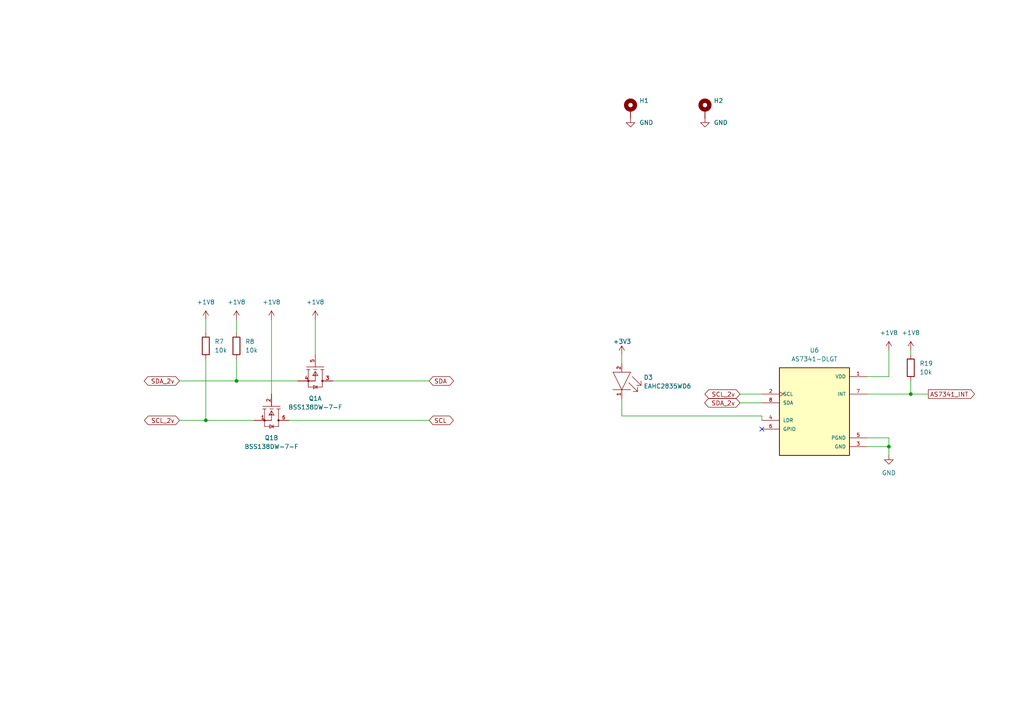
<source format=kicad_sch>
(kicad_sch (version 20211123) (generator eeschema)
  (paper "A4")
  (title_block (title "Development Board") (date "2022-03-15") (rev "ADE-3.1") (company "Plastic Scanner"))
  (lib_symbols
    (symbol "AS7341-DLGT:AS7341-DLGT" (pin_names (offset 1.016))
      (property "Reference" "U" (at -10.16 13.97 0))
      (property "Value" "AS7341-DLGT" (at -10.16 -15.24 0))
      (symbol "AS7341-DLGT_0_0"
        (rectangle (start -10.16 -12.7) (end 10.16 12.7) (stroke (width 0.254)) (fill (type background)))
        (pin power_in line (at 15.24 10.16 180) (length 5.08) (name "VDD") (number "1"))
        (pin input clock (at -15.24 5.08 0) (length 5.08) (name "SCL") (number "2"))
        (pin power_in line (at 15.24 -10.16 180) (length 5.08) (name "GND") (number "3"))
        (pin input line (at -15.24 -2.54 0) (length 5.08) (name "LDR") (number "4"))
        (pin power_in line (at 15.24 -7.62 180) (length 5.08) (name "PGND") (number "5"))
        (pin bidirectional line (at -15.24 -5.08 0) (length 5.08) (name "GPIO") (number "6"))
        (pin output line (at 15.24 5.08 180) (length 5.08) (name "INT") (number "7"))
        (pin bidirectional line (at -15.24 2.54 0) (length 5.08) (name "SDA") (number "8"))
      )
    )
    (symbol "Device:R" (pin_numbers hide) (pin_names (offset 0))
      (property "Reference" "R" (at 2.032 0 90))
      (property "Value" "R" (at 0 0 90))
      (symbol "R_0_1"
        (rectangle (start -1.016 -2.54) (end 1.016 2.54) (stroke (width 0.254)))
      )
      (symbol "R_1_1"
        (pin passive line (at 0 3.81 270) (length 1.27) (name "~") (number "1"))
        (pin passive line (at 0 -3.81 90) (length 1.27) (name "~") (number "2"))
      )
    )
    (symbol "Diodes_Inc._-_BSS138DW-7-F:BSS138DW-7-F" (pin_names (offset 1.016))
      (property "Reference" "Q" (at 0 7.62 0))
      (property "Value" "BSS138DW-7-F" (at 0 10.16 0))
      (symbol "BSS138DW-7-F_1_1"
        (polyline (pts (xy 6.096 -2.54) (xy 6.096 2.54)))
        (polyline (pts (xy 6.858 -2.032) (xy 10.16 -2.032)))
        (polyline (pts (xy 6.858 -1.524) (xy 6.858 -2.54)))
        (polyline (pts (xy 6.858 0.508) (xy 6.858 -0.508)))
        (polyline (pts (xy 6.858 1.524) (xy 6.858 2.54)))
        (polyline (pts (xy 6.858 2.032) (xy 10.16 2.032)))
        (polyline (pts (xy 7.366 0) (xy 8.636 -0.762)))
        (polyline (pts (xy 7.366 0) (xy 8.636 0.762)))
        (polyline (pts (xy 7.62 0) (xy 10.16 0)))
        (polyline (pts (xy 8.382 0.254) (xy 8.382 -0.508)))
        (polyline (pts (xy 8.636 0.762) (xy 8.636 -0.762)))
        (polyline (pts (xy 10.16 -2.032) (xy 11.938 -2.032)))
        (polyline (pts (xy 11.43 -0.508) (xy 12.446 -0.508)))
        (polyline (pts (xy 11.938 -2.032) (xy 11.938 2.032)))
        (polyline (pts (xy 11.938 0.508) (xy 11.43 -0.508)))
        (polyline (pts (xy 11.938 0.508) (xy 11.43 0.508)))
        (polyline (pts (xy 11.938 0.508) (xy 12.446 0.508)))
        (polyline (pts (xy 11.938 2.032) (xy 10.16 2.032)))
        (polyline (pts (xy 12.446 -0.508) (xy 11.938 0.508)))
        (circle (center 10.16 -2.032) (radius 0.254))
        (circle (center 10.16 2.032) (radius 0.254))
        (pin passive line (at 10.16 5.08 270) (length 3.048) (name "D1") (number "3"))
        (pin passive line (at 10.16 -5.08 90) (length 5.08) (name "S1") (number "4"))
        (pin passive line (at 2.54 0 0) (length 3.556) (name "G1") (number "5"))
      )
      (symbol "BSS138DW-7-F_2_1"
        (polyline (pts (xy 6.096 -2.54) (xy 6.096 2.54)))
        (polyline (pts (xy 6.858 -2.032) (xy 10.16 -2.032)))
        (polyline (pts (xy 6.858 -1.524) (xy 6.858 -2.54)))
        (polyline (pts (xy 6.858 0.508) (xy 6.858 -0.508)))
        (polyline (pts (xy 6.858 1.524) (xy 6.858 2.54)))
        (polyline (pts (xy 6.858 2.032) (xy 10.16 2.032)))
        (polyline (pts (xy 7.366 0) (xy 8.636 -0.762)))
        (polyline (pts (xy 7.366 0) (xy 8.636 0.762)))
        (polyline (pts (xy 7.62 0) (xy 10.16 0)))
        (polyline (pts (xy 8.382 0.254) (xy 8.382 -0.508)))
        (polyline (pts (xy 8.636 0.762) (xy 8.636 -0.762)))
        (polyline (pts (xy 10.16 -2.032) (xy 11.938 -2.032)))
        (polyline (pts (xy 11.43 -0.508) (xy 12.446 -0.508)))
        (polyline (pts (xy 11.938 -2.032) (xy 11.938 2.032)))
        (polyline (pts (xy 11.938 0.508) (xy 11.43 -0.508)))
        (polyline (pts (xy 11.938 0.508) (xy 11.43 0.508)))
        (polyline (pts (xy 11.938 0.508) (xy 12.446 0.508)))
        (polyline (pts (xy 11.938 2.032) (xy 10.16 2.032)))
        (polyline (pts (xy 12.446 -0.508) (xy 11.938 0.508)))
        (circle (center 10.16 -2.032) (radius 0.254))
        (circle (center 10.16 2.032) (radius 0.254))
        (pin passive line (at 10.16 -5.08 90) (length 5.08) (name "S2") (number "1"))
        (pin passive line (at 2.54 0 0) (length 3.556) (name "G2") (number "2"))
        (pin passive line (at 10.16 5.08 270) (length 3.048) (name "D2") (number "6"))
      )
    )
    (symbol "Everlight-EAHC2835WD6:EAHC2835WD6" (pin_names (offset 1.016))
      (property "Reference" "D" (at 0 10.16 0))
      (property "Value" "EAHC2835WD6" (at 0 12.7 0))
      (symbol "EAHC2835WD6_1_1"
        (polyline (pts (xy 5.08 -2.54) (xy 10.16 0)))
        (polyline (pts (xy 5.08 2.54) (xy 5.08 -2.54)))
        (polyline (pts (xy 5.08 2.54) (xy 10.16 0)))
        (polyline (pts (xy 6.35 3.048) (xy 8.89 5.588)))
        (polyline (pts (xy 8.128 2.032) (xy 10.668 4.572)))
        (polyline (pts (xy 8.89 5.588) (xy 7.62 5.588)))
        (polyline (pts (xy 8.89 5.588) (xy 8.89 4.318)))
        (polyline (pts (xy 10.16 2.54) (xy 10.16 -2.54)))
        (polyline (pts (xy 10.668 4.572) (xy 9.398 4.572)))
        (polyline (pts (xy 10.668 4.572) (xy 10.668 3.302)))
        (pin passive line (at 12.7 0 180) (length 2.54) (name "CATHODE") (number "1"))
        (pin passive line (at 2.54 0 0) (length 2.54) (name "ANODE") (number "2"))
      )
    )
    (symbol "Mechanical:MountingHole_Pad" (pin_numbers hide) (pin_names (offset 1.016) hide)
      (property "Reference" "H" (at 0 6.35 0))
      (property "Value" "MountingHole_Pad" (at 0 4.445 0))
      (symbol "MountingHole_Pad_0_1"
        (circle (center 0 1.27) (radius 1.27) (stroke (width 1.27)))
      )
      (symbol "MountingHole_Pad_1_1"
        (pin input line (at 0 -2.54 90) (length 2.54) (name "1") (number "1"))
      )
    )
    (symbol "power:+1V8" (power) (pin_numbers hide) (pin_names (offset 0) hide)
      (property "Value" "+1V8" (at 0 3.556 0))
      (symbol "+1V8_0_1"
        (polyline (pts (xy -0.762 1.27) (xy 0 2.54)))
        (polyline (pts (xy 0 0) (xy 0 2.54)))
        (polyline (pts (xy 0 2.54) (xy 0.762 1.27)))
      )
      (symbol "+1V8_1_1"
        (pin power_in line (at 0 0 90) (length 0) hide (name "+1V8") (number "1"))
      )
    )
    (symbol "power:+3.3V" (power) (pin_numbers hide) (pin_names (offset 0) hide)
      (property "Value" "+3.3V" (at 0 3.556 0))
      (symbol "+3.3V_0_1"
        (polyline (pts (xy -0.762 1.27) (xy 0 2.54)))
        (polyline (pts (xy 0 0) (xy 0 2.54)))
        (polyline (pts (xy 0 2.54) (xy 0.762 1.27)))
      )
      (symbol "+3.3V_1_1"
        (pin power_in line (at 0 0 90) (length 0) hide (name "+3V3") (number "1"))
      )
    )
    (symbol "power:GND" (power) (pin_numbers hide) (pin_names (offset 0) hide)
      (property "Value" "GND" (at 0 -3.81 0))
      (symbol "GND_0_1"
        (polyline (pts (xy 0 0) (xy 0 -1.27) (xy 1.27 -1.27) (xy 0 -2.54) (xy -1.27 -1.27) (xy 0 -1.27)))
      )
      (symbol "GND_1_1"
        (pin power_in line (at 0 0 270) (length 0) hide (name "GND") (number "1"))
      )
    )
  )
  (bus_alias "I2C" (members "SDA" "SCL"))
  (junction (at 257.81 129.54))
  (junction (at 59.69 121.92))
  (junction (at 264.16 114.3))
  (junction (at 68.58 110.49))
  (no_connect (at 220.98 124.46))
  (wire (pts (xy 180.34 102.87) (xy 180.34 105.41)))
  (wire (pts (xy 220.98 120.65) (xy 220.98 121.92)))
  (wire (pts (xy 214.63 114.3) (xy 220.98 114.3)))
  (wire (pts (xy 257.81 101.6) (xy 257.81 109.22)))
  (wire (pts (xy 251.46 127) (xy 257.81 127)))
  (wire (pts (xy 59.69 92.71) (xy 59.69 96.52)))
  (wire (pts (xy 251.46 129.54) (xy 257.81 129.54)))
  (wire (pts (xy 257.81 109.22) (xy 251.46 109.22)))
  (wire (pts (xy 180.34 115.57) (xy 180.34 120.65)))
  (wire (pts (xy 264.16 110.49) (xy 264.16 114.3)))
  (wire (pts (xy 96.52 110.49) (xy 124.46 110.49)))
  (wire (pts (xy 59.69 104.14) (xy 59.69 121.92)))
  (wire (pts (xy 68.58 92.71) (xy 68.58 96.52)))
  (wire (pts (xy 264.16 114.3) (xy 269.24 114.3)))
  (wire (pts (xy 264.16 101.6) (xy 264.16 102.87)))
  (wire (pts (xy 214.63 116.84) (xy 220.98 116.84)))
  (wire (pts (xy 68.58 110.49) (xy 86.36 110.49)))
  (wire (pts (xy 83.82 121.92) (xy 124.46 121.92)))
  (wire (pts (xy 180.34 120.65) (xy 220.98 120.65)))
  (wire (pts (xy 91.44 92.71) (xy 91.44 102.87)))
  (wire (pts (xy 257.81 129.54) (xy 257.81 132.08)))
  (wire (pts (xy 52.07 110.49) (xy 68.58 110.49)))
  (wire (pts (xy 257.81 127) (xy 257.81 129.54)))
  (wire (pts (xy 251.46 114.3) (xy 264.16 114.3)))
  (wire (pts (xy 68.58 104.14) (xy 68.58 110.49)))
  (wire (pts (xy 78.74 92.71) (xy 78.74 114.3)))
  (wire (pts (xy 52.07 121.92) (xy 59.69 121.92)))
  (wire (pts (xy 59.69 121.92) (xy 73.66 121.92)))
  (global_label "SCL_2v" (shape bidirectional) (at 52.07 121.92 180) (property "Intersheet References" "${INTERSHEET_REFS}" (effects hide)))
  (global_label "SDA_2v" (shape bidirectional) (at 214.63 116.84 180) (property "Intersheet References" "${INTERSHEET_REFS}" (effects hide)))
  (global_label "SDA" (shape bidirectional) (at 124.46 110.49 0) (property "Intersheet References" "${INTERSHEET_REFS}" (effects hide)))
  (global_label "SDA_2v" (shape bidirectional) (at 52.07 110.49 180) (property "Intersheet References" "${INTERSHEET_REFS}" (effects hide)))
  (global_label "SCL_2v" (shape bidirectional) (at 214.63 114.3 180) (property "Intersheet References" "${INTERSHEET_REFS}" (effects hide)))
  (global_label "AS7341_INT" (shape output) (at 269.24 114.3 0) (property "Intersheet References" "${INTERSHEET_REFS}" (effects hide)))
  (global_label "SCL" (shape bidirectional) (at 124.46 121.92 0) (property "Intersheet References" "${INTERSHEET_REFS}" (effects hide)))
  (symbol (lib_id "Device:R") (at 68.58 100.33 0) (unit 1)
    (property "Reference" "R8" (at 71.12 99.0599 0) (effects (justify left)))
    (property "Value" "10k" (at 71.12 101.5999 0) (effects (justify left)))
    (property "Footprint" "Resistor_SMD:R_0603_1608Metric_Pad0.98x0.95mm_HandSolder" (effects hide))
  )
  (symbol (lib_id "power:GND") (at 182.88 34.29 0) (unit 1)
    (property "Reference" "#PWR0112" (effects hide))
    (property "Value" "GND" (at 185.42 35.5599 0) (effects (justify left)))
  )
  (symbol (lib_id "Mechanical:MountingHole_Pad") (at 204.47 31.75 0) (unit 1) (in_bom no)
    (property "Reference" "H2" (at 207.01 29.2099 0) (effects (justify left)))
  )
  (symbol (lib_id "Everlight-EAHC2835WD6:EAHC2835WD6") (at 180.34 102.87 270) (unit 1)
    (property "Reference" "D3" (at 186.69 109.4739 90) (effects (justify left)))
    (property "Value" "EAHC2835WD6" (at 186.69 112.0139 90) (effects (justify left)))
    (property "Footprint" "Everlight-EAHC2835WD6:Everlight-EAHC2835WD6-MFG" (effects hide))
    (property "Datasheet" "https://everlightamericas.com/index.php?controller=attachment&id_attachment=2355" (effects hide))
    (property "automotive" "No" (effects hide))
    (property "category" "Diode" (effects hide))
    (property "colour" "White" (effects hide))
    (property "device class L1" "Optoelectronics" (effects hide))
    (property "device class L2" "LEDs" (effects hide))
    (property "device class L3" "unset" (effects hide))
    (property "digikey description" "LED COOL WHITE 6500K 2SMD" (effects hide))
    (property "digikey part number" "1080-1461-1-ND" (effects hide))
    (property "forward current" "150mA" (effects hide))
    (property "forward voltage" "3.4V" (effects hide))
    (property "height" "0.85mm" (effects hide))
    (property "lead free" "Yes" (effects hide))
    (property "led orientation" "Top View" (effects hide))
    (property "library id" "70d3c750636d3268" (effects hide))
    (property "manufacturer" "Everlight" (effects hide))
    (property "max junction temp" "+115°C" (effects hide))
    (property "mouser description" "White High Power Lighting LED" (effects hide))
    (property "mouser part number" "638-EAHC2835WD6" (effects hide))
    (property "package" "PLCC2" (effects hide))
    (property "power dissipation" "630mW" (effects hide))
    (property "reverse voltage" "5V" (effects hide))
    (property "rohs" "Yes" (effects hide))
    (property "temperature range high" "+85°C" (effects hide))
    (property "temperature range low" "-40°C" (effects hide))
    (property "viewing angle" "120°" (effects hide))
  )
  (symbol (lib_id "power:+3.3V") (at 180.34 102.87 0) (unit 1)
    (property "Reference" "#PWR0115" (effects hide))
    (property "Value" "+3.3V" (at 177.8 99.06 0) (effects (justify left)))
  )
  (symbol (lib_id "power:+1V8") (at 59.69 92.71 0) (unit 1)
    (property "Reference" "#PWR0109" (effects hide))
    (property "Value" "+1V8" (at 59.69 87.63 0))
  )
  (symbol (lib_id "Diodes_Inc._-_BSS138DW-7-F:BSS138DW-7-F") (at 91.44 100.33 270) (unit 1)
    (property "Reference" "Q1" (at 91.44 115.57 90))
    (property "Value" "BSS138DW-7-F" (at 91.44 118.11 90))
    (property "Footprint" "BSS138DW-7-F-A:Diodes_Inc._-_BSS138DW-7-F-A" (effects hide))
    (property "Datasheet" "https://www.diodes.com/assets/Datasheets/ds30203.pdf" (effects hide))
    (property "automotive" "No" (effects hide))
    (property "category" "Trans" (effects hide))
    (property "continuous drain current" "200mA" (effects hide))
    (property "depletion mode" "False" (effects hide))
    (property "device class L1" "Discrete Semiconductors" (effects hide))
    (property "device class L2" "Transistors" (effects hide))
    (property "device class L3" "MOSFETs" (effects hide))
    (property "digikey description" "MOSFET 2N-CH 50V 0.2A SC70-6" (effects hide))
    (property "digikey part number" "BSS138DW-FDICT-ND" (effects hide))
    (property "drain to source breakdown voltage" "75V" (effects hide))
    (property "drain to source resistance" "1.4Ω" (effects hide))
    (property "drain to source voltage" "50V" (effects hide))
    (property "footprint url" "https://www.diodes.com/assets/Package-Files/SOT363.pdf" (effects hide))
    (property "gate to source voltage" "20V" (effects hide))
    (property "height" "1.1mm" (effects hide))
    (property "input capacitace at vds" "50pF @ 10V" (effects hide))
    (property "lead free" "Yes" (effects hide))
    (property "library id" "315a08f55ef6fa24" (effects hide))
    (property "manufacturer" "Diodes Inc." (effects hide))
    (property "max junction temp" "+150°C" (effects hide))
    (property "mouser description" "MOSFET 50V 200mW" (effects hide))
    (property "mouser part number" "621-BSS138DW-F" (effects hide))
    (property "number of N channels" "2" (effects hide))
    (property "number of channels" "2" (effects hide))
    (property "package" "SOT363" (effects hide))
    (property "power dissipation" "200mW" (effects hide))
    (property "rohs" "Yes" (effects hide))
    (property "rthja max" "625°C/W" (effects hide))
    (property "standoff height" "0mm" (effects hide))
    (property "temperature range high" "+150°C" (effects hide))
    (property "temperature range low" "-55°C" (effects hide))
    (property "threshold vgs max" "1.5V" (effects hide))
    (property "threshold vgs min" "0.5V" (effects hide))
    (property "turn off delay time" "20ns" (effects hide))
    (property "turn on delay time" "20ns" (effects hide))
  )
  (symbol (lib_id "power:GND") (at 257.81 132.08 0) (unit 1)
    (property "Reference" "#PWR0113" (effects hide))
    (property "Value" "GND" (at 257.81 137.16 0))
  )
  (symbol (lib_id "power:+1V8") (at 78.74 92.71 0) (unit 1)
    (property "Reference" "#PWR0111" (effects hide))
    (property "Value" "+1V8" (at 78.74 87.63 0))
  )
  (symbol (lib_id "Device:R") (at 264.16 106.68 0) (unit 1)
    (property "Reference" "R19" (at 266.7 105.4099 0) (effects (justify left)))
    (property "Value" "10k" (at 266.7 107.9499 0) (effects (justify left)))
    (property "Footprint" "Resistor_SMD:R_0603_1608Metric_Pad0.98x0.95mm_HandSolder" (effects hide))
  )
  (symbol (lib_id "power:+1V8") (at 91.44 92.71 0) (unit 1)
    (property "Reference" "#PWR0107" (effects hide))
    (property "Value" "+1V8" (at 91.44 87.63 0))
  )
  (symbol (lib_id "Device:R") (at 59.69 100.33 0) (unit 1)
    (property "Reference" "R7" (at 62.23 99.0599 0) (effects (justify left)))
    (property "Value" "10k" (at 62.23 101.5999 0) (effects (justify left)))
    (property "Footprint" "Resistor_SMD:R_0603_1608Metric_Pad0.98x0.95mm_HandSolder" (effects hide))
  )
  (symbol (lib_id "AS7341-DLGT:AS7341-DLGT") (at 236.22 119.38 0) (unit 1)
    (property "Reference" "U6" (at 236.22 101.6 0))
    (property "Value" "AS7341-DLGT" (at 236.22 104.14 0))
    (property "Footprint" "AS7341-DLGT:PSON80P310X200X110-8N" (effects hide))
    (property "MAXIMUM_PACKAGE_HEIGHT" "1.1 mm" (effects hide))
    (property "STANDARD" "IPC7351B" (effects hide))
    (property "MANUFACTURER" "AMS" (effects hide))
    (property "PARTREV" "V3" (effects hide))
  )
  (symbol (lib_id "Mechanical:MountingHole_Pad") (at 182.88 31.75 0) (unit 1) (in_bom no)
    (property "Reference" "H1" (at 185.42 29.2099 0) (effects (justify left)))
  )
  (symbol (lib_id "power:+1V8") (at 264.16 101.6 0) (unit 1)
    (property "Reference" "#PWR0116" (effects hide))
    (property "Value" "+1V8" (at 264.16 96.52 0))
  )
  (symbol (lib_id "power:+1V8") (at 257.81 101.6 0) (unit 1)
    (property "Reference" "#PWR0114" (effects hide))
    (property "Value" "+1V8" (at 257.81 96.52 0))
  )
  (symbol (lib_id "power:+1V8") (at 68.58 92.71 0) (unit 1)
    (property "Reference" "#PWR0110" (effects hide))
    (property "Value" "+1V8" (at 68.58 87.63 0))
  )
  (symbol (lib_id "power:GND") (at 204.47 34.29 0) (unit 1)
    (property "Reference" "#PWR0108" (effects hide))
    (property "Value" "GND" (at 207.01 35.5599 0) (effects (justify left)))
  )
  (symbol (lib_id "Diodes_Inc._-_BSS138DW-7-F:BSS138DW-7-F") (at 78.74 111.76 270) (unit 2)
    (property "Reference" "Q1" (at 78.74 127 90))
    (property "Value" "BSS138DW-7-F" (at 78.74 129.54 90))
    (property "Footprint" "BSS138DW-7-F-A:Diodes_Inc._-_BSS138DW-7-F-A" (effects hide))
    (property "Datasheet" "https://www.diodes.com/assets/Datasheets/ds30203.pdf" (effects hide))
    (property "automotive" "No" (effects hide))
    (property "category" "Trans" (effects hide))
    (property "continuous drain current" "200mA" (effects hide))
    (property "depletion mode" "False" (effects hide))
    (property "device class L1" "Discrete Semiconductors" (effects hide))
    (property "device class L2" "Transistors" (effects hide))
    (property "device class L3" "MOSFETs" (effects hide))
    (property "digikey description" "MOSFET 2N-CH 50V 0.2A SC70-6" (effects hide))
    (property "digikey part number" "BSS138DW-FDICT-ND" (effects hide))
    (property "drain to source breakdown voltage" "75V" (effects hide))
    (property "drain to source resistance" "1.4Ω" (effects hide))
    (property "drain to source voltage" "50V" (effects hide))
    (property "footprint url" "https://www.diodes.com/assets/Package-Files/SOT363.pdf" (effects hide))
    (property "gate to source voltage" "20V" (effects hide))
    (property "height" "1.1mm" (effects hide))
    (property "input capacitace at vds" "50pF @ 10V" (effects hide))
    (property "lead free" "Yes" (effects hide))
    (property "library id" "315a08f55ef6fa24" (effects hide))
    (property "manufacturer" "Diodes Inc." (effects hide))
    (property "max junction temp" "+150°C" (effects hide))
    (property "mouser description" "MOSFET 50V 200mW" (effects hide))
    (property "mouser part number" "621-BSS138DW-F" (effects hide))
    (property "number of N channels" "2" (effects hide))
    (property "number of channels" "2" (effects hide))
    (property "package" "SOT363" (effects hide))
    (property "power dissipation" "200mW" (effects hide))
    (property "rohs" "Yes" (effects hide))
    (property "rthja max" "625°C/W" (effects hide))
    (property "standoff height" "0mm" (effects hide))
    (property "temperature range high" "+150°C" (effects hide))
    (property "temperature range low" "-55°C" (effects hide))
    (property "threshold vgs max" "1.5V" (effects hide))
    (property "threshold vgs min" "0.5V" (effects hide))
    (property "turn off delay time" "20ns" (effects hide))
    (property "turn on delay time" "20ns" (effects hide))
  )
)
</source>
